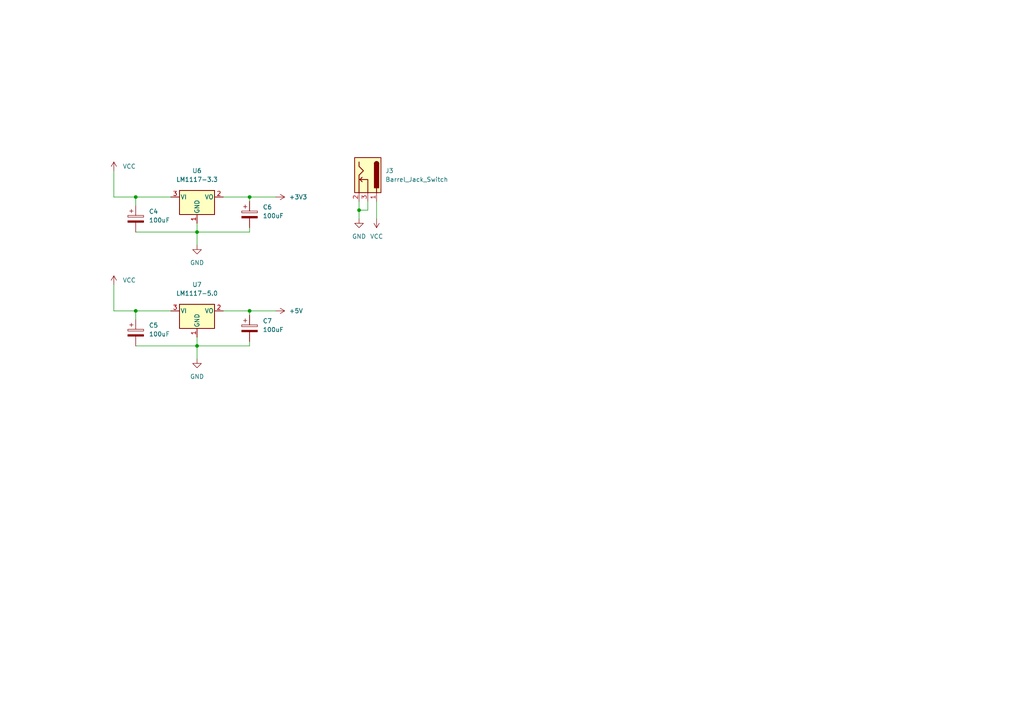
<source format=kicad_sch>
(kicad_sch (version 20211123) (generator eeschema)
  (paper "A4")
  (lib_symbols
    (symbol "Connector:Barrel_Jack_Switch" (pin_names hide)
      (property "Reference" "J" (at 0 5.334 0))
      (property "Value" "Barrel_Jack_Switch" (at 0 -5.08 0))
      (symbol "Barrel_Jack_Switch_0_1"
        (rectangle (start -5.08 3.81) (end 5.08 -3.81) (stroke (width 0.254)) (fill (type background)))
        (arc (start -3.302 3.175) (mid -3.937 2.54) (end -3.302 1.905) (stroke (width 0.254)))
        (arc (start -3.302 3.175) (mid -3.937 2.54) (end -3.302 1.905) (stroke (width 0.254)) (fill (type outline)))
        (polyline (pts (xy 1.27 -2.286) (xy 1.905 -1.651)) (stroke (width 0.254)))
        (polyline (pts (xy 5.08 2.54) (xy 3.81 2.54)) (stroke (width 0.254)))
        (polyline (pts (xy 5.08 0) (xy 1.27 0) (xy 1.27 -2.286) (xy 0.635 -1.651)) (stroke (width 0.254)))
        (polyline (pts (xy -3.81 -2.54) (xy -2.54 -2.54) (xy -1.27 -1.27) (xy 0 -2.54) (xy 2.54 -2.54) (xy 5.08 -2.54)) (stroke (width 0.254)))
        (rectangle (start 3.683 3.175) (end -3.302 1.905) (stroke (width 0.254)) (fill (type outline)))
      )
      (symbol "Barrel_Jack_Switch_1_1"
        (pin passive line (at 7.62 2.54 180) (length 2.54) (name "~") (number "1"))
        (pin passive line (at 7.62 -2.54 180) (length 2.54) (name "~") (number "2"))
        (pin passive line (at 7.62 0 180) (length 2.54) (name "~") (number "3"))
      )
    )
    (symbol "Device:C_Polarized" (pin_numbers hide) (pin_names (offset 0.254))
      (property "Reference" "C" (at 0.635 2.54 0))
      (property "Value" "C_Polarized" (at 0.635 -2.54 0))
      (symbol "C_Polarized_0_1"
        (rectangle (start -2.286 0.508) (end 2.286 1.016))
        (polyline (pts (xy -1.778 2.286) (xy -0.762 2.286)))
        (polyline (pts (xy -1.27 2.794) (xy -1.27 1.778)))
        (rectangle (start 2.286 -0.508) (end -2.286 -1.016) (fill (type outline)))
      )
      (symbol "C_Polarized_1_1"
        (pin passive line (at 0 3.81 270) (length 2.794) (name "~") (number "1"))
        (pin passive line (at 0 -3.81 90) (length 2.794) (name "~") (number "2"))
      )
    )
    (symbol "Regulator_Linear:LM1117-3.3" (pin_names (offset 0.254))
      (property "Reference" "U" (at -3.81 3.175 0))
      (property "Value" "LM1117-3.3" (at 0 3.175 0))
      (symbol "LM1117-3.3_0_1"
        (rectangle (start -5.08 -5.08) (end 5.08 1.905) (stroke (width 0.254)) (fill (type background)))
      )
      (symbol "LM1117-3.3_1_1"
        (pin power_in line (at 0 -7.62 90) (length 2.54) (name "GND") (number "1"))
        (pin power_out line (at 7.62 0 180) (length 2.54) (name "VO") (number "2"))
        (pin power_in line (at -7.62 0 0) (length 2.54) (name "VI") (number "3"))
      )
    )
    (symbol "Regulator_Linear:LM1117-5.0" (pin_names (offset 0.254))
      (property "Reference" "U" (at -3.81 3.175 0))
      (property "Value" "LM1117-5.0" (at 0 3.175 0))
      (symbol "LM1117-5.0_0_1"
        (rectangle (start -5.08 -5.08) (end 5.08 1.905) (stroke (width 0.254)) (fill (type background)))
      )
      (symbol "LM1117-5.0_1_1"
        (pin power_in line (at 0 -7.62 90) (length 2.54) (name "GND") (number "1"))
        (pin power_out line (at 7.62 0 180) (length 2.54) (name "VO") (number "2"))
        (pin power_in line (at -7.62 0 0) (length 2.54) (name "VI") (number "3"))
      )
    )
    (symbol "power:+3.3V" (power) (pin_names (offset 0))
      (property "Value" "+3.3V" (at 0 3.556 0))
      (symbol "+3.3V_0_1"
        (polyline (pts (xy -0.762 1.27) (xy 0 2.54)))
        (polyline (pts (xy 0 0) (xy 0 2.54)))
        (polyline (pts (xy 0 2.54) (xy 0.762 1.27)))
      )
      (symbol "+3.3V_1_1"
        (pin power_in line (at 0 0 90) (length 0) hide (name "+3V3") (number "1"))
      )
    )
    (symbol "power:+5V" (power) (pin_names (offset 0))
      (property "Value" "+5V" (at 0 3.556 0))
      (symbol "+5V_0_1"
        (polyline (pts (xy -0.762 1.27) (xy 0 2.54)))
        (polyline (pts (xy 0 0) (xy 0 2.54)))
        (polyline (pts (xy 0 2.54) (xy 0.762 1.27)))
      )
      (symbol "+5V_1_1"
        (pin power_in line (at 0 0 90) (length 0) hide (name "+5V") (number "1"))
      )
    )
    (symbol "power:GND" (power) (pin_names (offset 0))
      (property "Value" "GND" (at 0 -3.81 0))
      (symbol "GND_0_1"
        (polyline (pts (xy 0 0) (xy 0 -1.27) (xy 1.27 -1.27) (xy 0 -2.54) (xy -1.27 -1.27) (xy 0 -1.27)))
      )
      (symbol "GND_1_1"
        (pin power_in line (at 0 0 270) (length 0) hide (name "GND") (number "1"))
      )
    )
    (symbol "power:VCC" (power) (pin_names (offset 0))
      (property "Value" "VCC" (at 0 3.81 0))
      (symbol "VCC_0_1"
        (polyline (pts (xy -0.762 1.27) (xy 0 2.54)))
        (polyline (pts (xy 0 0) (xy 0 2.54)))
        (polyline (pts (xy 0 2.54) (xy 0.762 1.27)))
      )
      (symbol "VCC_1_1"
        (pin power_in line (at 0 0 90) (length 0) hide (name "VCC") (number "1"))
      )
    )
  )
  (junction (at 72.39 57.15))
  (junction (at 72.39 90.17))
  (junction (at 104.14 60.96))
  (junction (at 39.37 57.15))
  (junction (at 57.15 67.31))
  (junction (at 57.15 100.33))
  (junction (at 39.37 90.17))
  (wire (pts (xy 57.15 97.79) (xy 57.15 100.33)))
  (wire (pts (xy 39.37 100.33) (xy 57.15 100.33)))
  (wire (pts (xy 104.14 58.42) (xy 104.14 60.96)))
  (wire (pts (xy 57.15 100.33) (xy 72.39 100.33)))
  (wire (pts (xy 57.15 67.31) (xy 57.15 71.12)))
  (wire (pts (xy 106.68 60.96) (xy 106.68 58.42)))
  (wire (pts (xy 33.02 49.53) (xy 33.02 57.15)))
  (wire (pts (xy 72.39 90.17) (xy 80.01 90.17)))
  (wire (pts (xy 39.37 90.17) (xy 39.37 92.71)))
  (wire (pts (xy 72.39 90.17) (xy 72.39 91.44)))
  (wire (pts (xy 109.22 58.42) (xy 109.22 63.5)))
  (wire (pts (xy 72.39 66.04) (xy 72.39 67.31)))
  (wire (pts (xy 57.15 64.77) (xy 57.15 67.31)))
  (wire (pts (xy 33.02 82.55) (xy 33.02 90.17)))
  (wire (pts (xy 39.37 90.17) (xy 49.53 90.17)))
  (wire (pts (xy 64.77 57.15) (xy 72.39 57.15)))
  (wire (pts (xy 104.14 60.96) (xy 106.68 60.96)))
  (wire (pts (xy 64.77 90.17) (xy 72.39 90.17)))
  (wire (pts (xy 72.39 99.06) (xy 72.39 100.33)))
  (wire (pts (xy 33.02 57.15) (xy 39.37 57.15)))
  (wire (pts (xy 104.14 60.96) (xy 104.14 63.5)))
  (wire (pts (xy 33.02 90.17) (xy 39.37 90.17)))
  (wire (pts (xy 39.37 57.15) (xy 39.37 59.69)))
  (wire (pts (xy 57.15 100.33) (xy 57.15 104.14)))
  (wire (pts (xy 57.15 67.31) (xy 72.39 67.31)))
  (wire (pts (xy 39.37 67.31) (xy 57.15 67.31)))
  (wire (pts (xy 39.37 57.15) (xy 49.53 57.15)))
  (wire (pts (xy 72.39 57.15) (xy 72.39 58.42)))
  (wire (pts (xy 72.39 57.15) (xy 80.01 57.15)))
  (symbol (lib_id "Regulator_Linear:LM1117-5.0") (at 57.15 90.17 0) (unit 1)
    (property "Reference" "U7" (at 57.15 82.55 0))
    (property "Value" "LM1117-5.0" (at 57.15 85.09 0))
    (property "Footprint" "Package_TO_SOT_THT:TO-220-3_Vertical" (effects hide))
    (property "Datasheet" "http://www.ti.com/lit/ds/symlink/lm1117.pdf" (effects hide))
  )
  (symbol (lib_id "power:GND") (at 57.15 104.14 0) (unit 1)
    (property "Reference" "#PWR060" (effects hide))
    (property "Value" "GND" (at 57.15 109.22 0))
  )
  (symbol (lib_id "Device:C_Polarized") (at 72.39 95.25 0) (unit 1)
    (property "Reference" "C7" (at 76.2 93.0909 0) (effects (justify left)))
    (property "Value" "100uF" (at 76.2 95.6309 0) (effects (justify left)))
    (property "Footprint" "Capacitor_THT:CP_Radial_D6.3mm_P2.50mm" (effects hide))
  )
  (symbol (lib_id "power:VCC") (at 33.02 49.53 0) (unit 1)
    (property "Reference" "#PWR015" (effects hide))
    (property "Value" "VCC" (at 35.56 48.2599 0) (effects (justify left)))
  )
  (symbol (lib_id "power:GND") (at 57.15 71.12 0) (unit 1)
    (property "Reference" "#PWR052" (effects hide))
    (property "Value" "GND" (at 57.15 76.2 0))
  )
  (symbol (lib_id "power:+5V") (at 80.01 90.17 270) (unit 1)
    (property "Reference" "#PWR062" (effects hide))
    (property "Value" "+5V" (at 83.82 90.1699 90) (effects (justify left)))
  )
  (symbol (lib_id "Device:C_Polarized") (at 39.37 96.52 0) (unit 1)
    (property "Reference" "C5" (at 43.18 94.3609 0) (effects (justify left)))
    (property "Value" "100uF" (at 43.18 96.9009 0) (effects (justify left)))
    (property "Footprint" "Capacitor_THT:CP_Radial_D6.3mm_P2.50mm" (effects hide))
  )
  (symbol (lib_id "Connector:Barrel_Jack_Switch") (at 106.68 50.8 270) (unit 1)
    (property "Reference" "J3" (at 111.76 49.5299 90) (effects (justify left)))
    (property "Value" "Barrel_Jack_Switch" (at 111.76 52.0699 90) (effects (justify left)))
    (property "Footprint" "Connector_BarrelJack:BarrelJack_Horizontal" (effects hide))
  )
  (symbol (lib_id "power:GND") (at 104.14 63.5 0) (unit 1)
    (property "Reference" "#PWR067" (effects hide))
    (property "Value" "GND" (at 104.14 68.58 0))
  )
  (symbol (lib_id "Regulator_Linear:LM1117-3.3") (at 57.15 57.15 0) (unit 1)
    (property "Reference" "U6" (at 57.15 49.53 0))
    (property "Value" "LM1117-3.3" (at 57.15 52.07 0))
    (property "Footprint" "Package_TO_SOT_THT:TO-220-3_Vertical" (effects hide))
    (property "Datasheet" "http://www.ti.com/lit/ds/symlink/lm1117.pdf" (effects hide))
  )
  (symbol (lib_id "Device:C_Polarized") (at 72.39 62.23 0) (unit 1)
    (property "Reference" "C6" (at 76.2 60.0709 0) (effects (justify left)))
    (property "Value" "100uF" (at 76.2 62.6109 0) (effects (justify left)))
    (property "Footprint" "Capacitor_THT:CP_Radial_D6.3mm_P2.50mm" (effects hide))
  )
  (symbol (lib_id "power:VCC") (at 109.22 63.5 180) (unit 1)
    (property "Reference" "#PWR068" (effects hide))
    (property "Value" "VCC" (at 109.22 68.58 0))
  )
  (symbol (lib_id "power:+3.3V") (at 80.01 57.15 270) (unit 1)
    (property "Reference" "#PWR061" (effects hide))
    (property "Value" "+3.3V" (at 83.82 57.1499 90) (effects (justify left)))
  )
  (symbol (lib_id "Device:C_Polarized") (at 39.37 63.5 0) (unit 1)
    (property "Reference" "C4" (at 43.18 61.3409 0) (effects (justify left)))
    (property "Value" "100uF" (at 43.18 63.8809 0) (effects (justify left)))
    (property "Footprint" "Capacitor_THT:CP_Radial_D6.3mm_P2.50mm" (effects hide))
  )
  (symbol (lib_id "power:VCC") (at 33.02 82.55 0) (unit 1)
    (property "Reference" "#PWR039" (effects hide))
    (property "Value" "VCC" (at 35.56 81.2799 0) (effects (justify left)))
  )
)
</source>
